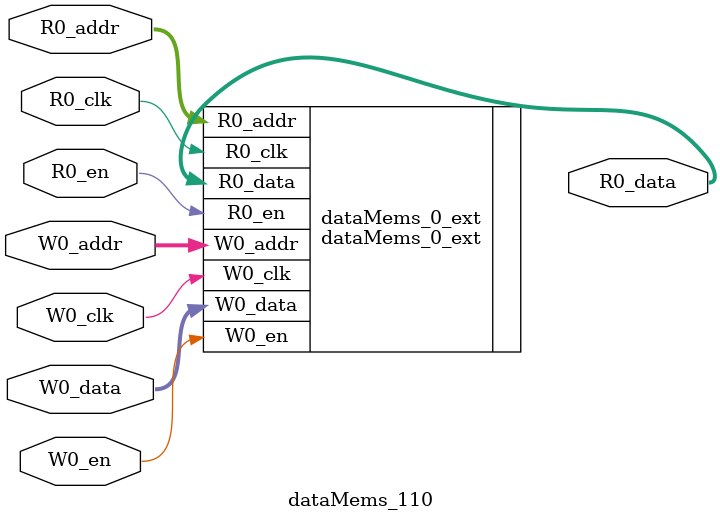
<source format=sv>
`ifndef RANDOMIZE
  `ifdef RANDOMIZE_REG_INIT
    `define RANDOMIZE
  `endif // RANDOMIZE_REG_INIT
`endif // not def RANDOMIZE
`ifndef RANDOMIZE
  `ifdef RANDOMIZE_MEM_INIT
    `define RANDOMIZE
  `endif // RANDOMIZE_MEM_INIT
`endif // not def RANDOMIZE

`ifndef RANDOM
  `define RANDOM $random
`endif // not def RANDOM

// Users can define 'PRINTF_COND' to add an extra gate to prints.
`ifndef PRINTF_COND_
  `ifdef PRINTF_COND
    `define PRINTF_COND_ (`PRINTF_COND)
  `else  // PRINTF_COND
    `define PRINTF_COND_ 1
  `endif // PRINTF_COND
`endif // not def PRINTF_COND_

// Users can define 'ASSERT_VERBOSE_COND' to add an extra gate to assert error printing.
`ifndef ASSERT_VERBOSE_COND_
  `ifdef ASSERT_VERBOSE_COND
    `define ASSERT_VERBOSE_COND_ (`ASSERT_VERBOSE_COND)
  `else  // ASSERT_VERBOSE_COND
    `define ASSERT_VERBOSE_COND_ 1
  `endif // ASSERT_VERBOSE_COND
`endif // not def ASSERT_VERBOSE_COND_

// Users can define 'STOP_COND' to add an extra gate to stop conditions.
`ifndef STOP_COND_
  `ifdef STOP_COND
    `define STOP_COND_ (`STOP_COND)
  `else  // STOP_COND
    `define STOP_COND_ 1
  `endif // STOP_COND
`endif // not def STOP_COND_

// Users can define INIT_RANDOM as general code that gets injected into the
// initializer block for modules with registers.
`ifndef INIT_RANDOM
  `define INIT_RANDOM
`endif // not def INIT_RANDOM

// If using random initialization, you can also define RANDOMIZE_DELAY to
// customize the delay used, otherwise 0.002 is used.
`ifndef RANDOMIZE_DELAY
  `define RANDOMIZE_DELAY 0.002
`endif // not def RANDOMIZE_DELAY

// Define INIT_RANDOM_PROLOG_ for use in our modules below.
`ifndef INIT_RANDOM_PROLOG_
  `ifdef RANDOMIZE
    `ifdef VERILATOR
      `define INIT_RANDOM_PROLOG_ `INIT_RANDOM
    `else  // VERILATOR
      `define INIT_RANDOM_PROLOG_ `INIT_RANDOM #`RANDOMIZE_DELAY begin end
    `endif // VERILATOR
  `else  // RANDOMIZE
    `define INIT_RANDOM_PROLOG_
  `endif // RANDOMIZE
`endif // not def INIT_RANDOM_PROLOG_

// Include register initializers in init blocks unless synthesis is set
`ifndef SYNTHESIS
  `ifndef ENABLE_INITIAL_REG_
    `define ENABLE_INITIAL_REG_
  `endif // not def ENABLE_INITIAL_REG_
`endif // not def SYNTHESIS

// Include rmemory initializers in init blocks unless synthesis is set
`ifndef SYNTHESIS
  `ifndef ENABLE_INITIAL_MEM_
    `define ENABLE_INITIAL_MEM_
  `endif // not def ENABLE_INITIAL_MEM_
`endif // not def SYNTHESIS

module dataMems_110(	// @[generators/ara/src/main/scala/UnsafeAXI4ToTL.scala:365:62]
  input  [4:0]  R0_addr,
  input         R0_en,
  input         R0_clk,
  output [66:0] R0_data,
  input  [4:0]  W0_addr,
  input         W0_en,
  input         W0_clk,
  input  [66:0] W0_data
);

  dataMems_0_ext dataMems_0_ext (	// @[generators/ara/src/main/scala/UnsafeAXI4ToTL.scala:365:62]
    .R0_addr (R0_addr),
    .R0_en   (R0_en),
    .R0_clk  (R0_clk),
    .R0_data (R0_data),
    .W0_addr (W0_addr),
    .W0_en   (W0_en),
    .W0_clk  (W0_clk),
    .W0_data (W0_data)
  );
endmodule


</source>
